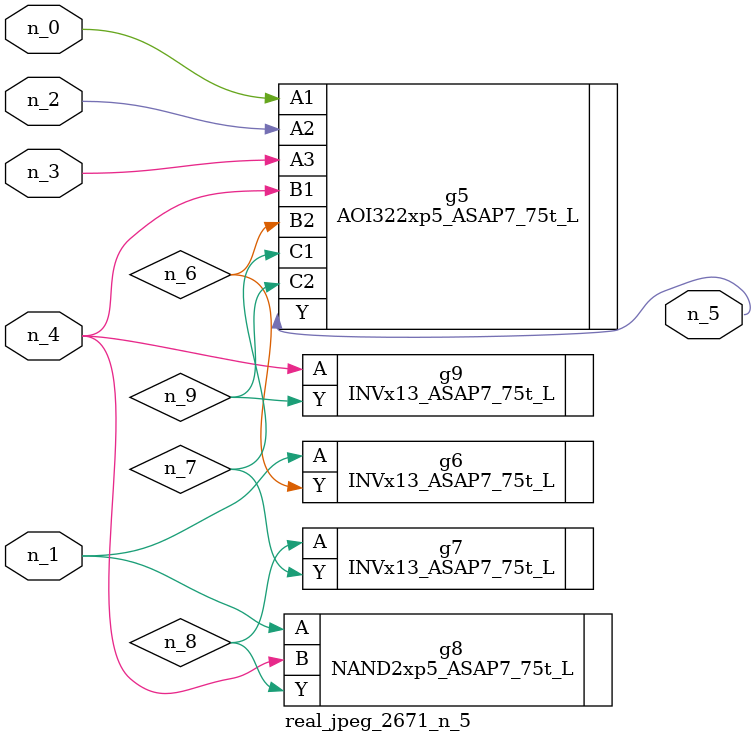
<source format=v>
module real_jpeg_2671_n_5 (n_4, n_0, n_1, n_2, n_3, n_5);

input n_4;
input n_0;
input n_1;
input n_2;
input n_3;

output n_5;

wire n_8;
wire n_6;
wire n_7;
wire n_9;

AOI322xp5_ASAP7_75t_L g5 ( 
.A1(n_0),
.A2(n_2),
.A3(n_3),
.B1(n_4),
.B2(n_6),
.C1(n_7),
.C2(n_9),
.Y(n_5)
);

INVx13_ASAP7_75t_L g6 ( 
.A(n_1),
.Y(n_6)
);

NAND2xp5_ASAP7_75t_L g8 ( 
.A(n_1),
.B(n_4),
.Y(n_8)
);

INVx13_ASAP7_75t_L g9 ( 
.A(n_4),
.Y(n_9)
);

INVx13_ASAP7_75t_L g7 ( 
.A(n_8),
.Y(n_7)
);


endmodule
</source>
